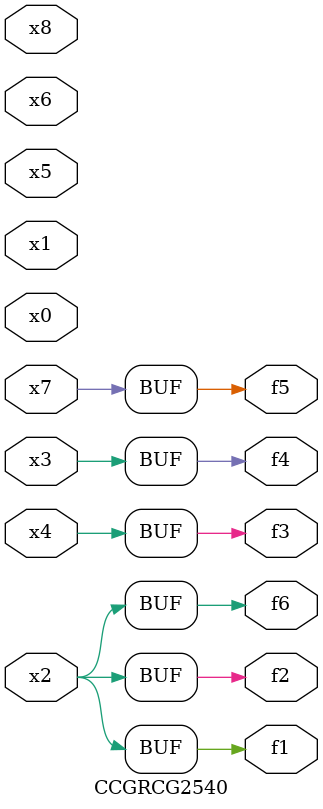
<source format=v>
module CCGRCG2540(
	input x0, x1, x2, x3, x4, x5, x6, x7, x8,
	output f1, f2, f3, f4, f5, f6
);
	assign f1 = x2;
	assign f2 = x2;
	assign f3 = x4;
	assign f4 = x3;
	assign f5 = x7;
	assign f6 = x2;
endmodule

</source>
